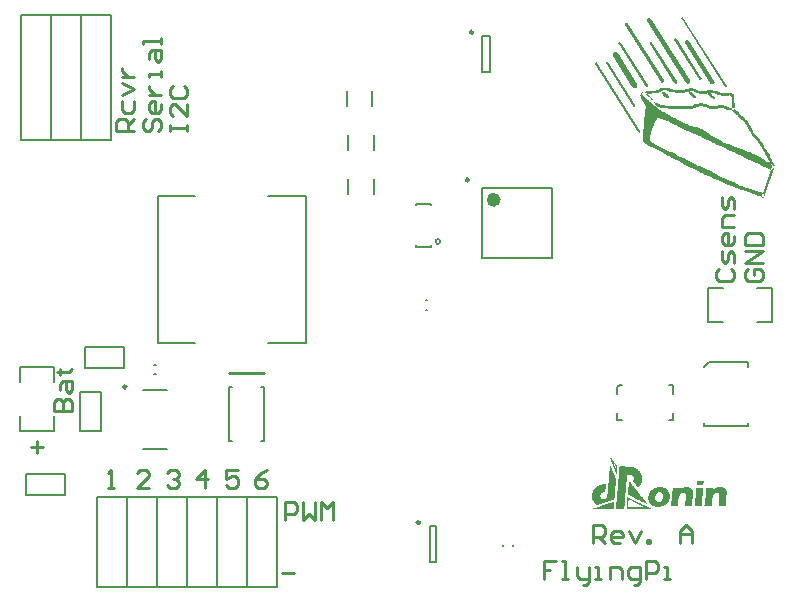
<source format=gto>
G04 Layer_Color=15132400*
%FSLAX25Y25*%
%MOIN*%
G70*
G01*
G75*
%ADD34C,0.01000*%
%ADD57C,0.00984*%
%ADD58C,0.02362*%
%ADD59C,0.00500*%
%ADD60C,0.00600*%
%ADD61C,0.00787*%
%ADD62C,0.00800*%
G36*
X224949Y56142D02*
X225018Y56108D01*
X225069Y56091D01*
X225086D01*
X225172Y56074D01*
X225240D01*
X225292Y56057D01*
X225309D01*
X225360Y56074D01*
X225395Y56057D01*
X225429Y56040D01*
Y56023D01*
X225514Y55937D01*
X225532Y55920D01*
Y55903D01*
X225806Y55560D01*
X226080Y55234D01*
X226320Y54926D01*
X226542Y54652D01*
X226731Y54412D01*
X226885Y54224D01*
X226936Y54155D01*
X226971Y54104D01*
X227005Y54087D01*
Y54070D01*
X227279Y53727D01*
X227553Y53385D01*
X227793Y53076D01*
X228015Y52802D01*
X228204Y52562D01*
X228358Y52374D01*
X228409Y52305D01*
X228444Y52254D01*
X228478Y52237D01*
Y52220D01*
X228752Y51877D01*
X229026Y51552D01*
X229266Y51243D01*
X229489Y50952D01*
X229677Y50712D01*
X229831Y50524D01*
X229883Y50455D01*
X229917Y50404D01*
X229951Y50387D01*
Y50370D01*
X230225Y50027D01*
X230499Y49701D01*
X230739Y49376D01*
X230979Y49102D01*
X231167Y48879D01*
X231304Y48691D01*
X231373Y48622D01*
X231407Y48571D01*
X231441Y48554D01*
Y48537D01*
X231116Y48691D01*
X230808Y48845D01*
X230499Y48999D01*
X230242Y49119D01*
X230020Y49239D01*
X229848Y49325D01*
X229780Y49359D01*
X229728Y49376D01*
X229711Y49393D01*
X229694D01*
X229369Y49547D01*
X229060Y49701D01*
X228769Y49856D01*
X228512Y49976D01*
X228290Y50095D01*
X228135Y50181D01*
X228067Y50215D01*
X228015Y50233D01*
X227998Y50250D01*
X227981D01*
X227656Y50421D01*
X227347Y50575D01*
X227056Y50729D01*
X226799Y50849D01*
X226576Y50969D01*
X226405Y51055D01*
X226337Y51089D01*
X226285Y51106D01*
X226268Y51123D01*
X226251D01*
X225926Y51295D01*
X225617Y51449D01*
X225326Y51603D01*
X225069Y51723D01*
X224846Y51843D01*
X224675Y51928D01*
X224624Y51963D01*
X224572Y51980D01*
X224555Y51997D01*
X224538D01*
X224572Y52374D01*
X224607Y52751D01*
X224624Y53110D01*
X224641Y53419D01*
X224675Y53693D01*
Y53796D01*
Y53898D01*
X224692Y53967D01*
Y54018D01*
Y54053D01*
Y54070D01*
X224727Y54464D01*
X224761Y54840D01*
X224795Y55200D01*
X224812Y55509D01*
X224846Y55783D01*
Y55903D01*
X224864Y55988D01*
Y56074D01*
X224881Y56125D01*
Y56160D01*
Y56177D01*
X224949Y56142D01*
D02*
G37*
G36*
X218799Y61470D02*
X218971Y61024D01*
X219125Y60613D01*
X219279Y60254D01*
X219348Y60082D01*
X219399Y59945D01*
X219450Y59808D01*
X219502Y59705D01*
X219536Y59620D01*
X219570Y59551D01*
X219587Y59517D01*
Y59500D01*
X219776Y59054D01*
X219964Y58609D01*
X220136Y58215D01*
X220290Y57838D01*
X220358Y57684D01*
X220427Y57530D01*
X220478Y57410D01*
X220530Y57290D01*
X220564Y57205D01*
X220598Y57136D01*
X220615Y57102D01*
Y57085D01*
X220581Y56776D01*
X220564Y56468D01*
X220530Y56177D01*
X220513Y55937D01*
X220495Y55714D01*
X220478Y55543D01*
Y55492D01*
X220461Y55440D01*
Y55423D01*
Y55406D01*
X220444Y55098D01*
X220410Y54789D01*
X220393Y54498D01*
X220375Y54258D01*
X220358Y54035D01*
X220341Y53864D01*
X220324Y53813D01*
Y53761D01*
Y53744D01*
Y53727D01*
X220290Y53419D01*
X220273Y53127D01*
X220238Y52836D01*
X220221Y52596D01*
X220204Y52374D01*
X220187Y52202D01*
Y52151D01*
X220170Y52100D01*
Y52083D01*
Y52065D01*
X220153Y51757D01*
X220118Y51449D01*
X220101Y51158D01*
X220084Y50901D01*
X220067Y50678D01*
X220050Y50524D01*
X220033Y50455D01*
Y50404D01*
Y50387D01*
Y50370D01*
X219759Y50284D01*
X219485Y50198D01*
X219245Y50113D01*
X219022Y50027D01*
X218834Y49976D01*
X218680Y49924D01*
X218594Y49890D01*
X218577Y49873D01*
X218560D01*
X218286Y49787D01*
X218011Y49701D01*
X217772Y49616D01*
X217549Y49530D01*
X217361Y49479D01*
X217206Y49427D01*
X217121Y49393D01*
X217104Y49376D01*
X217087D01*
X216812Y49273D01*
X216538Y49188D01*
X216299Y49102D01*
X216076Y49033D01*
X215887Y48965D01*
X215733Y48913D01*
X215648Y48896D01*
X215630Y48879D01*
X215613D01*
X215339Y48794D01*
X215065Y48708D01*
X214825Y48622D01*
X214603Y48537D01*
X214414Y48485D01*
X214260Y48434D01*
X214174Y48400D01*
X214157Y48382D01*
X214140D01*
X214020Y48485D01*
X213900Y48588D01*
X213832Y48657D01*
X213797Y48674D01*
X213678Y48811D01*
X213575Y48913D01*
X213506Y48999D01*
X213472Y49033D01*
X213335Y49239D01*
X213215Y49410D01*
X213164Y49496D01*
X213129Y49547D01*
X213095Y49582D01*
Y49599D01*
X212975Y49839D01*
X212873Y50044D01*
X212838Y50130D01*
X212804Y50198D01*
X212787Y50233D01*
Y50250D01*
X212718Y50455D01*
X212684Y50661D01*
X212650Y50866D01*
X212616Y51038D01*
Y51192D01*
X212598Y51312D01*
Y51380D01*
Y51415D01*
X212633Y51860D01*
X212650Y52065D01*
X212684Y52237D01*
X212718Y52391D01*
X212736Y52494D01*
X212770Y52579D01*
Y52596D01*
X212873Y52922D01*
X212941Y53076D01*
X213010Y53196D01*
X213061Y53299D01*
X213112Y53385D01*
X213129Y53436D01*
X213147Y53453D01*
X213352Y53744D01*
X213438Y53864D01*
X213524Y53984D01*
X213609Y54070D01*
X213661Y54138D01*
X213695Y54172D01*
X213712Y54190D01*
X213935Y54378D01*
X214140Y54532D01*
X214226Y54601D01*
X214294Y54652D01*
X214329Y54669D01*
X214346Y54686D01*
X214585Y54840D01*
X214808Y54960D01*
X214894Y55012D01*
X214962Y55046D01*
X215014Y55063D01*
X215031D01*
X215442Y55183D01*
X215613Y55234D01*
X215785Y55269D01*
X215922Y55286D01*
X216042Y55303D01*
X216110Y55320D01*
X216127D01*
X216333Y55337D01*
X216538Y55354D01*
X216727D01*
X216898Y55337D01*
X217035Y55320D01*
X217155Y55303D01*
X217224Y55286D01*
X217241D01*
X217189Y54823D01*
X217172Y54601D01*
X217155Y54412D01*
X217138Y54258D01*
Y54121D01*
X217121Y54053D01*
Y54018D01*
X217087Y53573D01*
X217069Y53350D01*
X217052Y53179D01*
X217035Y53008D01*
Y52888D01*
X217018Y52819D01*
Y52785D01*
X217001Y52699D01*
Y52682D01*
Y52665D01*
Y52631D01*
X216984Y52614D01*
X216967Y52596D01*
X216847Y52614D01*
X216727Y52631D01*
X216658Y52648D01*
X216624D01*
X216504Y52665D01*
X216401D01*
X216333Y52648D01*
X216299D01*
X216127Y52596D01*
X215990Y52545D01*
X215887Y52477D01*
X215870Y52460D01*
X215853D01*
X215716Y52340D01*
X215613Y52220D01*
X215528Y52117D01*
X215511Y52100D01*
Y52083D01*
X215442Y51980D01*
X215408Y51860D01*
X215339Y51654D01*
Y51569D01*
X215322Y51500D01*
Y51449D01*
Y51432D01*
X215356Y51175D01*
X215391Y51055D01*
X215425Y50969D01*
X215459Y50884D01*
X215493Y50832D01*
X215528Y50798D01*
Y50781D01*
X215665Y50644D01*
X215785Y50541D01*
X215887Y50455D01*
X215904Y50438D01*
X215922D01*
X216093Y50353D01*
X216264Y50318D01*
X216333Y50301D01*
X216573D01*
X216692Y50318D01*
X216761Y50335D01*
X216795D01*
X216932Y50387D01*
X217052Y50421D01*
X217121Y50455D01*
X217155Y50472D01*
X217292Y50592D01*
X217412Y50695D01*
X217480Y50781D01*
X217515Y50815D01*
X217600Y50986D01*
X217652Y51140D01*
X217669Y51209D01*
X217686Y51260D01*
Y51295D01*
Y51312D01*
X217720Y51757D01*
X217755Y52185D01*
X217789Y52579D01*
X217823Y52939D01*
X217840Y53093D01*
X217857Y53247D01*
Y53367D01*
X217875Y53470D01*
Y53556D01*
X217892Y53624D01*
Y53659D01*
Y53676D01*
X217943Y54121D01*
X217977Y54549D01*
X218011Y54960D01*
X218046Y55320D01*
X218063Y55474D01*
X218080Y55629D01*
Y55748D01*
X218097Y55851D01*
Y55937D01*
X218114Y56005D01*
Y56040D01*
Y56057D01*
X218148Y56502D01*
X218183Y56930D01*
X218217Y57324D01*
X218251Y57684D01*
Y57838D01*
X218268Y57992D01*
X218286Y58112D01*
Y58215D01*
X218303Y58301D01*
Y58369D01*
Y58404D01*
Y58421D01*
X218337Y58866D01*
X218371Y59294D01*
X218406Y59688D01*
X218440Y60048D01*
Y60219D01*
X218457Y60356D01*
X218474Y60493D01*
Y60596D01*
X218491Y60682D01*
Y60750D01*
Y60785D01*
Y60802D01*
X218525Y60990D01*
X218543Y61162D01*
X218560Y61230D01*
Y61281D01*
Y61316D01*
Y61333D01*
X218577Y61555D01*
X218594Y61727D01*
Y61812D01*
X218611Y61864D01*
Y61898D01*
Y61915D01*
X218799Y61470D01*
D02*
G37*
G36*
X229629Y186055D02*
X229572D01*
X229459Y185998D01*
X229290Y185885D01*
X229233Y185829D01*
X229177Y185603D01*
Y185546D01*
Y185377D01*
X229233Y185320D01*
X229346Y185264D01*
X229403Y185207D01*
X229572Y185038D01*
X229911Y184699D01*
X230024Y184586D01*
X230307Y184360D01*
X230702Y183964D01*
X231211Y183512D01*
X231267Y183456D01*
X231437Y183286D01*
X231663Y183060D01*
X231945Y182834D01*
X232002Y182778D01*
X232171Y182608D01*
X232454Y182439D01*
X232736Y182213D01*
X232793Y182156D01*
X232962Y182043D01*
X233358Y181704D01*
X233414Y181648D01*
X233584Y181591D01*
X233979Y181365D01*
X234019D01*
X234149Y181139D01*
X234431Y180687D01*
X234657Y180518D01*
X234827Y180348D01*
X234883D01*
X234940Y180292D01*
X235166Y180179D01*
X235505Y179953D01*
X236013Y179670D01*
X236352Y179501D01*
X236748Y179275D01*
X237200Y179049D01*
X237708Y178710D01*
X238273Y178427D01*
X238895Y178032D01*
X238951D01*
X239064Y177919D01*
X239234Y177862D01*
X239516Y177693D01*
X239855Y177523D01*
X240194Y177354D01*
X241098Y176902D01*
X242059Y176393D01*
X243132Y175828D01*
X244206Y175320D01*
X245279Y174868D01*
X245336D01*
X245449Y174811D01*
X245675Y174755D01*
X245901Y174698D01*
X246522Y174585D01*
X247200Y174472D01*
X247370D01*
X247539Y174416D01*
X247822Y174359D01*
X248161Y174246D01*
X248500Y174133D01*
X248952Y173907D01*
X249404Y173681D01*
X249460D01*
X249630Y173568D01*
X249912Y173399D01*
X250251Y173173D01*
X250760Y172890D01*
X251268Y172551D01*
X251946Y172099D01*
X252624Y171591D01*
X252737Y171534D01*
X252963Y171365D01*
X253359Y171082D01*
X253924Y170743D01*
X254545Y170404D01*
X255223Y170009D01*
X256749Y169218D01*
X256862Y169161D01*
X257144Y169048D01*
X257540Y168879D01*
X258161Y168653D01*
X258896Y168370D01*
X259687Y168031D01*
X260647Y167692D01*
X261664Y167353D01*
X261721D01*
X261777Y167297D01*
X262116Y167184D01*
X262681Y167014D01*
X263303Y166788D01*
X263981Y166506D01*
X264715Y166223D01*
X265393Y165941D01*
X266015Y165658D01*
X266071Y165602D01*
X266297Y165545D01*
X266693Y165319D01*
X267201Y165093D01*
X267823Y164754D01*
X268614Y164302D01*
X269518Y163794D01*
X270535Y163172D01*
X270591D01*
X270648Y163116D01*
X270987Y162890D01*
X271439Y162664D01*
X272004Y162325D01*
X272199Y162227D01*
X272173Y162268D01*
X272060Y162494D01*
X271947Y162720D01*
X271891Y162833D01*
X271834Y162890D01*
X271326Y163850D01*
X271043Y164359D01*
X270817Y164754D01*
X270591Y165150D01*
X270422Y165432D01*
X270309Y165658D01*
X270252Y165715D01*
X269913Y166336D01*
X269631Y166845D01*
X269461Y167071D01*
X269405Y167240D01*
X269292Y167297D01*
Y167353D01*
X268953Y167975D01*
X268670Y168427D01*
X268444Y168766D01*
X268331Y168822D01*
Y168879D01*
X268049Y169331D01*
X267766Y169726D01*
X267597Y169952D01*
X267540Y170009D01*
X267314Y170348D01*
X267145Y170517D01*
X267032Y170630D01*
X266636Y171026D01*
X266297Y171421D01*
X266071Y171760D01*
X265958Y171817D01*
Y171873D01*
X265619Y172438D01*
X265280Y173003D01*
X265167Y173229D01*
X265054Y173342D01*
X264998Y173455D01*
Y173512D01*
X264659Y174133D01*
X264376Y174642D01*
X264150Y174981D01*
X264094Y175037D01*
Y175094D01*
X263811Y175546D01*
X263585Y175885D01*
X263472Y176054D01*
X263416Y176111D01*
X263133Y176393D01*
X262738Y176789D01*
X262003Y177523D01*
X261608Y177862D01*
X261325Y178145D01*
X261099Y178314D01*
X261043Y178371D01*
X260478Y178879D01*
X260082Y179275D01*
X259743Y179557D01*
X259574Y179783D01*
X259461Y179896D01*
X259404Y179953D01*
X259348D01*
X259319Y179981D01*
X259574Y180066D01*
X259630Y180122D01*
X259743Y180179D01*
X260026Y180461D01*
Y180518D01*
X260082Y180631D01*
X260308Y180461D01*
X260534Y180179D01*
X260873Y179896D01*
X261156Y179614D01*
X261438Y179331D01*
X261608Y179162D01*
X261664Y179105D01*
X262229Y178540D01*
X262738Y178088D01*
X263190Y177693D01*
X263529Y177354D01*
X263755Y177071D01*
X263981Y176902D01*
X264037Y176789D01*
X264094Y176732D01*
X264433Y176393D01*
X264715Y175998D01*
X264885Y175659D01*
X264941Y175602D01*
Y175546D01*
X265280Y174981D01*
X265563Y174416D01*
X265619Y174246D01*
X265732Y174077D01*
X265789Y173964D01*
Y173907D01*
X266128Y173342D01*
X266410Y172890D01*
X266636Y172495D01*
X266693Y172438D01*
Y172382D01*
X267032Y171930D01*
X267371Y171591D01*
X267597Y171421D01*
X267653Y171365D01*
X267879Y171139D01*
X268105Y170913D01*
X268275Y170743D01*
X268331Y170630D01*
X268614Y170235D01*
X268896Y169839D01*
X269122Y169500D01*
X269179Y169444D01*
Y169387D01*
X269518Y168879D01*
X269800Y168370D01*
X270026Y168031D01*
X270083Y167918D01*
Y167862D01*
X270478Y167240D01*
X270761Y166675D01*
X270930Y166506D01*
X270987Y166336D01*
X271100Y166223D01*
Y166167D01*
X271778Y165037D01*
X272060Y164528D01*
X272286Y164076D01*
X272456Y163681D01*
X272625Y163398D01*
X272682Y163229D01*
X272738Y163172D01*
X272964Y162720D01*
X273190Y162381D01*
X273303Y162155D01*
X273360Y161986D01*
X273416Y161873D01*
X273473Y161816D01*
Y161760D01*
X273529Y161703D01*
Y161647D01*
Y161590D01*
Y161534D01*
Y161477D01*
X270083Y151138D01*
X269970Y150968D01*
X269913Y150912D01*
X269744Y150799D01*
X269631D01*
X269461Y150855D01*
X269405Y150912D01*
X269292Y150968D01*
X269179Y151138D01*
Y151185D01*
X269122Y151194D01*
X268670Y151307D01*
X267992Y151477D01*
X267201Y151759D01*
X267088Y151816D01*
X266806Y151929D01*
X266297Y152098D01*
X265619Y152324D01*
X264772Y152607D01*
X263811Y153002D01*
X262681Y153398D01*
X261495Y153850D01*
X261438D01*
X261325Y153906D01*
X261156Y153963D01*
X260930Y154076D01*
X260591Y154189D01*
X260252Y154302D01*
X259404Y154697D01*
X258331Y155093D01*
X257144Y155545D01*
X255901Y156110D01*
X254545Y156675D01*
X254489D01*
X254376Y156731D01*
X254206Y156844D01*
X253924Y156957D01*
X253641Y157070D01*
X253246Y157240D01*
X252398Y157635D01*
X251438Y158087D01*
X250364Y158539D01*
X249291Y159048D01*
X248274Y159556D01*
X248217D01*
X248161Y159613D01*
X247822Y159782D01*
X247257Y160065D01*
X246579Y160404D01*
X245788Y160799D01*
X244940Y161251D01*
X243019Y162212D01*
X242906Y162268D01*
X242567Y162438D01*
X242115Y162720D01*
X241494Y163059D01*
X240759Y163455D01*
X239968Y163907D01*
X238330Y164754D01*
X238217Y164811D01*
X237991Y164924D01*
X237595Y165150D01*
X237087Y165432D01*
X236522Y165715D01*
X235957Y166054D01*
X235335Y166393D01*
X234770Y166675D01*
X234714Y166732D01*
X234544Y166788D01*
X234262Y166958D01*
X233979Y167127D01*
X233358Y167466D01*
X233075Y167579D01*
X232906Y167692D01*
X232849D01*
X232736Y167749D01*
X232567Y167805D01*
X232341Y167918D01*
X231719Y168201D01*
X230872Y168596D01*
X230815Y168653D01*
X230702Y168709D01*
X230307Y169048D01*
X229855Y169500D01*
X229742Y169783D01*
X229629Y170065D01*
Y170122D01*
Y170235D01*
Y170461D01*
X229572Y170800D01*
Y171195D01*
X229629Y171647D01*
Y172212D01*
X229685Y172890D01*
Y173003D01*
X229742Y173229D01*
Y173625D01*
X229798Y174077D01*
X229855Y174698D01*
X229911Y175320D01*
X230024Y176789D01*
Y176902D01*
X230081Y177128D01*
Y177523D01*
X230137Y177975D01*
X230194Y178540D01*
X230307Y179162D01*
X230420Y180348D01*
Y180405D01*
Y180574D01*
X230476Y180857D01*
Y181139D01*
Y181478D01*
X230420Y181761D01*
Y181930D01*
X230307Y182043D01*
X230250Y182100D01*
X230137Y182213D01*
X230024Y182439D01*
X229855Y182665D01*
X229629Y183004D01*
X229403Y183456D01*
X229064Y183964D01*
X229007Y184021D01*
X228951Y184247D01*
X228838Y184473D01*
X228781Y184812D01*
X228725Y185151D01*
X228781Y185490D01*
X228951Y185772D01*
X229233Y185998D01*
X229290D01*
X229403Y186055D01*
X229629Y186111D01*
X229798D01*
X229629Y186055D01*
D02*
G37*
G36*
X235587Y54378D02*
X235672D01*
X235981Y54344D01*
X236135Y54309D01*
X236255Y54275D01*
X236358Y54258D01*
X236443Y54224D01*
X236495Y54207D01*
X236512D01*
X236803Y54104D01*
X236940Y54035D01*
X237060Y53984D01*
X237146Y53933D01*
X237214Y53898D01*
X237266Y53881D01*
X237283Y53864D01*
X237523Y53693D01*
X237728Y53522D01*
X237797Y53453D01*
X237848Y53385D01*
X237882Y53350D01*
X237899Y53333D01*
X238088Y53093D01*
X238225Y52871D01*
X238259Y52768D01*
X238293Y52699D01*
X238328Y52648D01*
Y52631D01*
X238396Y52442D01*
X238448Y52254D01*
X238482Y52083D01*
X238516Y51928D01*
X238533Y51791D01*
X238550Y51671D01*
Y51603D01*
Y51586D01*
Y51209D01*
X238533Y51020D01*
X238516Y50866D01*
X238499Y50747D01*
X238482Y50644D01*
X238465Y50575D01*
Y50558D01*
X238413Y50335D01*
X238362Y50147D01*
X238328Y50061D01*
X238311Y50010D01*
X238293Y49976D01*
Y49959D01*
X238208Y49770D01*
X238122Y49599D01*
X238088Y49530D01*
X238071Y49479D01*
X238036Y49462D01*
Y49445D01*
X237865Y49222D01*
X237711Y49033D01*
X237643Y48965D01*
X237608Y48913D01*
X237574Y48879D01*
X237557Y48862D01*
X237368Y48691D01*
X237180Y48537D01*
X237111Y48485D01*
X237043Y48451D01*
X237009Y48434D01*
X236992Y48417D01*
X236735Y48280D01*
X236512Y48177D01*
X236409Y48143D01*
X236341Y48108D01*
X236289Y48091D01*
X236272D01*
X235998Y48023D01*
X235775Y47971D01*
X235672Y47954D01*
X235604Y47937D01*
X235553Y47920D01*
X235536D01*
X235039Y47869D01*
X234439D01*
X234302Y47886D01*
X234182D01*
X233942Y47920D01*
X233703Y47971D01*
X233480Y48023D01*
X233274Y48091D01*
X233120Y48143D01*
X232983Y48194D01*
X232915Y48228D01*
X232880Y48245D01*
X232675Y48348D01*
X232521Y48451D01*
X232452Y48485D01*
X232401Y48520D01*
X232366Y48554D01*
X232349D01*
X232178Y48708D01*
X232024Y48879D01*
X231973Y48931D01*
X231921Y48982D01*
X231904Y49016D01*
X231887Y49033D01*
X231750Y49239D01*
X231647Y49427D01*
X231613Y49496D01*
X231578Y49564D01*
X231561Y49599D01*
Y49616D01*
X231476Y49856D01*
X231424Y50078D01*
X231407Y50164D01*
X231390Y50233D01*
X231373Y50267D01*
Y50284D01*
X231356Y50489D01*
X231339Y50695D01*
Y50901D01*
X231356Y51072D01*
Y51226D01*
X231373Y51329D01*
X231390Y51415D01*
Y51432D01*
X231441Y51654D01*
X231493Y51860D01*
X231544Y52048D01*
X231613Y52220D01*
X231664Y52357D01*
X231715Y52460D01*
X231733Y52528D01*
X231750Y52545D01*
X231853Y52733D01*
X231973Y52888D01*
X232041Y52991D01*
X232075Y53008D01*
Y53025D01*
X232212Y53196D01*
X232349Y53316D01*
X232435Y53402D01*
X232452Y53436D01*
X232469D01*
X232641Y53573D01*
X232795Y53693D01*
X232863Y53744D01*
X232897Y53761D01*
X232932Y53796D01*
X232949D01*
X233154Y53916D01*
X233343Y54001D01*
X233411Y54035D01*
X233463Y54053D01*
X233497Y54070D01*
X233514D01*
X233891Y54207D01*
X234062Y54241D01*
X234234Y54292D01*
X234371Y54309D01*
X234473Y54327D01*
X234559Y54344D01*
X234576D01*
X234987Y54378D01*
X235176Y54395D01*
X235467D01*
X235587Y54378D01*
D02*
G37*
G36*
X237595Y187524D02*
X238386Y187411D01*
X238669Y187354D01*
X238895Y187241D01*
X239064Y187185D01*
X239121D01*
X240025Y186902D01*
X240420Y186789D01*
X240816Y186733D01*
X241098Y186676D01*
X241324Y186620D01*
X242285D01*
X242511Y186676D01*
X242624D01*
X243019Y186789D01*
X243415Y186846D01*
X243641Y186959D01*
X243754D01*
X244149Y187072D01*
X244545Y187185D01*
X244771Y187298D01*
X244884D01*
X245336Y187411D01*
X246070D01*
X246409Y187298D01*
X246692Y187185D01*
X246918Y187128D01*
X246974Y187072D01*
X247257Y186959D01*
X247483Y186846D01*
X247652Y186789D01*
X247709Y186733D01*
X247991Y186620D01*
X248217Y186507D01*
X248330Y186450D01*
X248387D01*
X248669Y186394D01*
X248895Y186337D01*
X249065Y186281D01*
X249799D01*
X250082Y186394D01*
X250308Y186450D01*
X250477Y186507D01*
X250534D01*
X250816Y186620D01*
X251099Y186733D01*
X251325Y186789D01*
X251381D01*
X251833Y186846D01*
X252229D01*
X252511Y186789D01*
X252624D01*
X253472Y186563D01*
X253867Y186450D01*
X254206Y186394D01*
X254432Y186281D01*
X254658Y186168D01*
X254771Y186111D01*
X254828D01*
X255562Y185829D01*
X256240Y185716D01*
X256466Y185659D01*
X256692Y185603D01*
X256862D01*
X257088Y185659D01*
X257201D01*
X257483Y185716D01*
X257596Y185772D01*
X257653D01*
X258048Y185885D01*
X258726D01*
X258952Y185829D01*
X259009D01*
X259178Y185772D01*
X259348Y185659D01*
X259404Y185603D01*
X259461Y185546D01*
X259743Y185320D01*
X259856Y185264D01*
Y185207D01*
X259913Y184868D01*
X259969Y184755D01*
Y184699D01*
X260026Y184416D01*
X260082Y184303D01*
Y184247D01*
Y183908D01*
Y183625D01*
Y183399D01*
Y183343D01*
Y183060D01*
Y182891D01*
Y182778D01*
Y182721D01*
X260139Y182552D01*
Y182382D01*
X260195Y182213D01*
Y182156D01*
X260252Y181874D01*
Y181591D01*
Y181422D01*
Y181309D01*
X260195Y181026D01*
X260139Y180970D01*
Y180913D01*
X260082Y180631D01*
X260026Y180687D01*
X259969Y180744D01*
X259800D01*
X259743Y180800D01*
X259517D01*
X259404Y180744D01*
X259291Y180631D01*
X259235Y180518D01*
X259178Y180292D01*
Y180235D01*
X259235Y180066D01*
X259291Y180009D01*
X259319Y179981D01*
X259235Y179953D01*
X258387D01*
X258161Y180009D01*
X258048D01*
X257709Y180122D01*
X257427Y180235D01*
X257201Y180348D01*
X257144D01*
X256862Y180518D01*
X256579Y180631D01*
X256353Y180687D01*
X256297D01*
X256014Y180800D01*
X255788Y180857D01*
X255054D01*
X254941Y180800D01*
X254884D01*
X254602Y180744D01*
X254489Y180687D01*
X254432D01*
X254150Y180574D01*
X253924Y180518D01*
X253754Y180461D01*
X253698D01*
X253415Y180405D01*
X252737D01*
X252285Y180461D01*
X251890Y180574D01*
X251607Y180631D01*
X251494Y180687D01*
X251099Y180857D01*
X250760Y180970D01*
X250534Y181083D01*
X250477D01*
X250082Y181252D01*
X249743Y181309D01*
X249517Y181365D01*
X249460D01*
X249178Y181422D01*
X248613D01*
X247878Y181252D01*
X247200Y181026D01*
X246918Y180913D01*
X246692Y180857D01*
X246579Y180800D01*
X246522D01*
X245731Y180574D01*
X244997Y180461D01*
X244714Y180405D01*
X240307D01*
X239516Y180461D01*
X238838Y180518D01*
X238273Y180574D01*
X237765Y180631D01*
X237426Y180687D01*
X237143Y180744D01*
X237087D01*
X236578Y180800D01*
X236126D01*
X235844Y180857D01*
X235731D01*
X235222Y180970D01*
X234601Y181139D01*
X234375Y181196D01*
X234149Y181309D01*
X234036Y181365D01*
X234019D01*
X233923Y181535D01*
X233810Y181648D01*
Y181704D01*
X233640Y182100D01*
X233471Y182382D01*
X233301Y182891D01*
X233245Y183004D01*
X233075Y183117D01*
X232849Y183286D01*
X232567Y183512D01*
X232510Y183569D01*
X232341Y183738D01*
X232115Y183964D01*
X231832Y184247D01*
X231776Y184303D01*
X231550Y184473D01*
X231324Y184699D01*
X231098Y184868D01*
X231041Y184925D01*
X230985Y185038D01*
X230646Y185320D01*
X230872D01*
X230928Y185377D01*
X231211D01*
X231315Y185403D01*
X231154Y185546D01*
X230702Y185885D01*
X230307Y186055D01*
X229968Y186111D01*
X230307Y186224D01*
X230646Y186281D01*
X230872Y186337D01*
X230985D01*
X231437Y186394D01*
X231776D01*
X232058Y186450D01*
X232171D01*
X232623Y186507D01*
X233584D01*
X233810Y186563D01*
X233979Y186620D01*
X234036D01*
X234318Y186733D01*
X234544Y186846D01*
X234770Y186959D01*
X234827D01*
X235109Y187128D01*
X235392Y187298D01*
X235618Y187354D01*
X235674Y187411D01*
X236070Y187524D01*
X236409Y187580D01*
X236748D01*
X237595Y187524D01*
D02*
G37*
G36*
X214091Y195942D02*
X214204Y195886D01*
Y195829D01*
X228612Y173173D01*
Y173060D01*
Y173003D01*
X228668Y172947D01*
Y172890D01*
X228612Y172721D01*
X228555Y172664D01*
X228442Y172551D01*
X228329D01*
X228160Y172608D01*
X228103D01*
X228047Y172664D01*
X227990Y172721D01*
X213583Y195434D01*
Y195490D01*
X213526Y195547D01*
Y195603D01*
X213583Y195829D01*
X213639Y195886D01*
X213809Y195999D01*
X214035D01*
X214091Y195942D01*
D02*
G37*
G36*
X222106Y61367D02*
X222448Y61350D01*
X222757Y61316D01*
X223031Y61299D01*
X223270Y61281D01*
X223459Y61264D01*
X223527Y61247D01*
X223613D01*
X223956Y61213D01*
X224298Y61196D01*
X224607Y61162D01*
X224881Y61144D01*
X225103Y61110D01*
X225292Y61093D01*
X225360D01*
X225412Y61076D01*
X225617D01*
X225652Y61059D01*
X225960Y61024D01*
X226114Y61007D01*
X226234Y60990D01*
X226354Y60956D01*
X226439Y60939D01*
X226491Y60922D01*
X226508D01*
X226816Y60819D01*
X226953Y60768D01*
X227073Y60699D01*
X227176Y60665D01*
X227245Y60613D01*
X227296Y60596D01*
X227313Y60579D01*
X227553Y60425D01*
X227776Y60271D01*
X227844Y60219D01*
X227913Y60168D01*
X227947Y60134D01*
X227964Y60117D01*
X228187Y59911D01*
X228375Y59705D01*
X228444Y59620D01*
X228495Y59551D01*
X228529Y59517D01*
X228547Y59500D01*
X228683Y59294D01*
X228786Y59106D01*
X228838Y59020D01*
X228855Y58952D01*
X228889Y58917D01*
Y58900D01*
X229009Y58678D01*
X229095Y58455D01*
X229129Y58369D01*
X229146Y58301D01*
X229163Y58267D01*
Y58249D01*
X229232Y57924D01*
X229266Y57770D01*
X229283Y57633D01*
Y57513D01*
X229300Y57427D01*
Y57359D01*
Y57341D01*
Y56999D01*
Y56845D01*
X229283Y56708D01*
X229266Y56588D01*
X229249Y56502D01*
X229232Y56434D01*
Y56416D01*
X229180Y56194D01*
X229112Y56005D01*
X229078Y55920D01*
X229060Y55868D01*
X229043Y55834D01*
Y55817D01*
X228958Y55611D01*
X228872Y55440D01*
X228838Y55372D01*
X228820Y55320D01*
X228786Y55286D01*
Y55269D01*
X228649Y55063D01*
X228512Y54892D01*
X228461Y54823D01*
X228427Y54772D01*
X228409Y54738D01*
X228392Y54721D01*
X228238Y54549D01*
X228101Y54412D01*
X227998Y54327D01*
X227964Y54292D01*
X227947D01*
X227639Y54686D01*
X227484Y54875D01*
X227364Y55046D01*
X227245Y55183D01*
X227159Y55286D01*
X227108Y55354D01*
X227090Y55372D01*
X226782Y55765D01*
X226628Y55937D01*
X226508Y56108D01*
X226388Y56245D01*
X226302Y56348D01*
X226251Y56416D01*
X226234Y56434D01*
X226320Y56554D01*
X226405Y56656D01*
X226439Y56742D01*
X226457Y56776D01*
X226508Y56913D01*
X226542Y57050D01*
X226559Y57153D01*
Y57170D01*
Y57187D01*
Y57307D01*
X226542Y57427D01*
X226491Y57633D01*
X226457Y57701D01*
X226439Y57753D01*
X226405Y57787D01*
Y57804D01*
X226285Y57992D01*
X226148Y58130D01*
X226045Y58215D01*
X226028Y58249D01*
X226011D01*
X225857Y58335D01*
X225720Y58386D01*
X225566Y58421D01*
X225429Y58455D01*
X225326Y58472D01*
X225155D01*
X224829Y58489D01*
X224675D01*
X224555Y58506D01*
X224435Y58523D01*
X224350D01*
X224298Y58541D01*
X224281D01*
X224247Y58010D01*
X224195Y57496D01*
X224161Y56999D01*
X224127Y56571D01*
X224110Y56382D01*
X224093Y56211D01*
X224076Y56057D01*
X224058Y55920D01*
Y55817D01*
X224041Y55748D01*
Y55697D01*
Y55680D01*
X223990Y55149D01*
X223956Y54652D01*
X223921Y54155D01*
X223870Y53727D01*
X223853Y53539D01*
Y53367D01*
X223836Y53213D01*
X223819Y53076D01*
Y52973D01*
X223801Y52905D01*
Y52853D01*
Y52836D01*
X223750Y52305D01*
X223716Y51791D01*
X223664Y51312D01*
X223630Y50884D01*
X223613Y50695D01*
X223596Y50524D01*
X223579Y50370D01*
X223562Y50233D01*
Y50130D01*
X223545Y50061D01*
Y50010D01*
Y49993D01*
X223493Y49462D01*
X223459Y48948D01*
X223425Y48468D01*
X223373Y48040D01*
X223356Y47851D01*
Y47680D01*
X223339Y47526D01*
X223322Y47389D01*
Y47286D01*
X223305Y47218D01*
Y47166D01*
Y47149D01*
X220564D01*
X220615Y47817D01*
X220667Y48451D01*
X220718Y49051D01*
X220735Y49325D01*
X220769Y49599D01*
X220787Y49821D01*
X220804Y50044D01*
X220821Y50233D01*
X220838Y50387D01*
Y50524D01*
X220855Y50609D01*
Y50678D01*
Y50695D01*
X220906Y51363D01*
X220975Y51997D01*
X221026Y52614D01*
X221043Y52888D01*
X221061Y53145D01*
X221095Y53385D01*
X221112Y53607D01*
X221129Y53796D01*
Y53950D01*
X221146Y54087D01*
X221163Y54172D01*
Y54241D01*
Y54258D01*
X221215Y54926D01*
X221283Y55577D01*
X221335Y56177D01*
X221352Y56468D01*
X221369Y56725D01*
X221403Y56965D01*
X221420Y57187D01*
X221438Y57376D01*
Y57530D01*
X221455Y57667D01*
X221472Y57753D01*
Y57821D01*
Y57838D01*
X221523Y58506D01*
X221574Y59140D01*
X221626Y59757D01*
X221660Y60031D01*
X221677Y60288D01*
X221694Y60528D01*
X221712Y60750D01*
X221729Y60939D01*
X221746Y61093D01*
Y61230D01*
X221763Y61316D01*
Y61384D01*
Y61401D01*
X222106Y61367D01*
D02*
G37*
G36*
X249719Y54241D02*
Y54155D01*
X249702Y54121D01*
Y54104D01*
X249685Y54018D01*
Y53984D01*
Y53967D01*
X249599Y53419D01*
X249565Y53179D01*
X249548Y52939D01*
X249531Y52751D01*
X249514Y52614D01*
X249497Y52511D01*
Y52494D01*
Y52477D01*
X249445Y51928D01*
X249428Y51689D01*
X249411Y51449D01*
X249394Y51260D01*
Y51123D01*
X249377Y51020D01*
Y51003D01*
Y50986D01*
X249342Y50438D01*
X249325Y50198D01*
X249308Y49959D01*
X249291Y49770D01*
Y49633D01*
X249274Y49530D01*
Y49513D01*
Y49496D01*
X249257Y49222D01*
X249239Y48948D01*
X249222Y48691D01*
X249205Y48485D01*
Y48297D01*
X249188Y48143D01*
Y48057D01*
Y48023D01*
X248743Y48040D01*
X247955D01*
X247509Y48023D01*
X246721D01*
X246739Y48091D01*
Y48160D01*
X246756Y48211D01*
Y48228D01*
X246773Y48297D01*
Y48365D01*
X246790Y48400D01*
Y48417D01*
X246858Y48948D01*
X246893Y49188D01*
X246927Y49410D01*
X246944Y49599D01*
X246961Y49753D01*
X246978Y49839D01*
Y49873D01*
X247013Y50147D01*
X247030Y50404D01*
X247064Y50661D01*
X247081Y50884D01*
X247098Y51055D01*
Y51209D01*
X247115Y51295D01*
Y51329D01*
X247167Y51860D01*
X247184Y52100D01*
X247201Y52322D01*
X247218Y52511D01*
X247235Y52665D01*
Y52751D01*
Y52785D01*
X247252Y53059D01*
X247287Y53333D01*
X247304Y53573D01*
X247321Y53796D01*
X247338Y53984D01*
X247355Y54138D01*
Y54224D01*
Y54258D01*
X247783Y54241D01*
X248160D01*
X248297Y54224D01*
X249154D01*
X249342Y54241D01*
X249702D01*
Y54258D01*
X249719D01*
Y54241D01*
D02*
G37*
G36*
X244597Y54361D02*
X244734Y54344D01*
X244837Y54327D01*
X244854Y54309D01*
X244871D01*
X245043Y54275D01*
X245180Y54241D01*
X245283Y54207D01*
X245300Y54190D01*
X245317D01*
X245539Y54070D01*
X245728Y53950D01*
X245796Y53881D01*
X245848Y53847D01*
X245865Y53813D01*
X245882Y53796D01*
X246036Y53590D01*
X246156Y53367D01*
X246190Y53282D01*
X246207Y53213D01*
X246225Y53162D01*
Y53145D01*
X246259Y52819D01*
X246276Y52665D01*
X246259Y52528D01*
Y52408D01*
Y52322D01*
X246242Y52254D01*
Y52237D01*
X246207Y51894D01*
X246190Y51740D01*
X246173Y51603D01*
Y51500D01*
X246156Y51415D01*
Y51346D01*
Y51329D01*
X246122Y51020D01*
X246105Y50712D01*
X246070Y50421D01*
X246053Y50181D01*
X246019Y49959D01*
X246002Y49787D01*
Y49736D01*
X245985Y49684D01*
Y49667D01*
Y49650D01*
X245951Y49342D01*
X245933Y49051D01*
X245916Y48777D01*
X245899Y48537D01*
X245882Y48314D01*
X245865Y48160D01*
Y48057D01*
Y48040D01*
Y48023D01*
X245437Y48040D01*
X244700D01*
X244272Y48023D01*
X243535D01*
X243569Y48365D01*
X243587Y48537D01*
X243604Y48674D01*
X243621Y48794D01*
X243638Y48896D01*
Y48965D01*
Y48982D01*
X243689Y49342D01*
X243706Y49513D01*
X243724Y49667D01*
X243741Y49787D01*
X243758Y49890D01*
Y49959D01*
Y49976D01*
X243792Y50284D01*
Y50421D01*
X243809Y50541D01*
Y50644D01*
X243826Y50729D01*
Y50781D01*
Y50798D01*
X243844Y51106D01*
X243861Y51243D01*
Y51363D01*
Y51466D01*
X243844Y51552D01*
Y51603D01*
Y51620D01*
X243826Y51809D01*
X243792Y51946D01*
X243741Y52048D01*
X243724Y52065D01*
Y52083D01*
X243621Y52220D01*
X243535Y52322D01*
X243467Y52374D01*
X243432Y52391D01*
X243330Y52442D01*
X243210Y52494D01*
X243004Y52528D01*
X242918D01*
X242850Y52511D01*
X242799D01*
X242576Y52460D01*
X242388Y52374D01*
X242319Y52340D01*
X242268Y52305D01*
X242233Y52288D01*
X242216Y52271D01*
X242045Y52117D01*
X241908Y51946D01*
X241874Y51877D01*
X241839Y51826D01*
X241805Y51791D01*
Y51774D01*
X241702Y51552D01*
X241634Y51363D01*
X241599Y51278D01*
X241582Y51209D01*
X241565Y51175D01*
Y51158D01*
X241462Y50592D01*
X241411Y50318D01*
X241377Y50078D01*
X241360Y49873D01*
X241343Y49719D01*
X241325Y49616D01*
Y49599D01*
Y49582D01*
X241308Y49290D01*
X241274Y48999D01*
X241257Y48742D01*
X241240Y48502D01*
X241223Y48314D01*
X241206Y48160D01*
X241188Y48057D01*
Y48040D01*
Y48023D01*
X240743Y48040D01*
X239989D01*
X239561Y48023D01*
X238807D01*
X238825Y48091D01*
Y48160D01*
X238842Y48211D01*
Y48228D01*
X238859Y48314D01*
X238876Y48382D01*
X238893Y48434D01*
Y48451D01*
X238979Y48982D01*
X239013Y49222D01*
X239047Y49445D01*
X239064Y49633D01*
X239081Y49770D01*
X239099Y49856D01*
Y49890D01*
X239133Y50164D01*
X239167Y50421D01*
X239184Y50678D01*
X239201Y50901D01*
X239236Y51072D01*
Y51226D01*
X239253Y51312D01*
Y51346D01*
X239304Y51877D01*
X239321Y52117D01*
X239338Y52340D01*
X239355Y52528D01*
X239373Y52665D01*
Y52751D01*
Y52785D01*
X239390Y53059D01*
X239424Y53316D01*
X239441Y53573D01*
X239458Y53796D01*
X239475Y53967D01*
X239493Y54121D01*
Y54207D01*
Y54241D01*
X239921Y54224D01*
X240640D01*
X241069Y54241D01*
X241805D01*
X241788Y54104D01*
X241771Y53984D01*
X241754Y53898D01*
Y53881D01*
Y53864D01*
X241737Y53727D01*
X241719Y53607D01*
X241702Y53522D01*
Y53504D01*
Y53487D01*
Y53453D01*
X241719Y53419D01*
X241737Y53402D01*
X241788D01*
X241805Y53419D01*
X241822Y53436D01*
X241942Y53573D01*
X242062Y53676D01*
X242130Y53744D01*
X242165Y53778D01*
X242302Y53881D01*
X242422Y53967D01*
X242507Y54018D01*
X242542Y54035D01*
X242867Y54190D01*
X243021Y54241D01*
X243158Y54275D01*
X243278Y54309D01*
X243364Y54327D01*
X243432Y54344D01*
X243450D01*
X243809Y54378D01*
X243964Y54395D01*
X244426D01*
X244597Y54361D01*
D02*
G37*
G36*
X255680Y54378D02*
X255766D01*
X255989Y54344D01*
X256194Y54292D01*
X256263Y54275D01*
X256331Y54258D01*
X256366Y54241D01*
X256383D01*
X256605Y54155D01*
X256777Y54053D01*
X256845Y54018D01*
X256897Y53984D01*
X256931Y53967D01*
X256948Y53950D01*
X257068Y53830D01*
X257171Y53710D01*
X257239Y53624D01*
X257256Y53607D01*
Y53590D01*
X257359Y53436D01*
X257411Y53282D01*
X257445Y53179D01*
Y53145D01*
Y53127D01*
X257479Y52819D01*
X257496Y52665D01*
Y52545D01*
Y52425D01*
X257479Y52340D01*
Y52288D01*
Y52271D01*
X257445Y51963D01*
X257428Y51826D01*
X257411Y51689D01*
Y51586D01*
X257393Y51483D01*
Y51432D01*
Y51415D01*
X257359Y51106D01*
X257342Y50798D01*
X257308Y50507D01*
X257291Y50250D01*
X257256Y50027D01*
X257239Y49856D01*
Y49787D01*
X257222Y49736D01*
Y49719D01*
Y49701D01*
X257188Y49376D01*
X257171Y49085D01*
X257136Y48794D01*
X257119Y48537D01*
X257102Y48331D01*
Y48160D01*
X257085Y48057D01*
Y48040D01*
Y48023D01*
X256657Y48040D01*
X255115D01*
X254978Y48023D01*
X254755D01*
X254807Y48400D01*
X254824Y48588D01*
X254858Y48742D01*
X254875Y48879D01*
Y48982D01*
X254892Y49051D01*
Y49068D01*
X254944Y49462D01*
X254961Y49650D01*
X254978Y49821D01*
Y49959D01*
X254995Y50061D01*
Y50130D01*
Y50147D01*
X255012Y50455D01*
X255029Y50575D01*
Y50712D01*
X255047Y50798D01*
X255064Y50884D01*
Y50935D01*
Y50952D01*
X255081Y51260D01*
Y51380D01*
Y51517D01*
X255064Y51603D01*
Y51689D01*
X255047Y51740D01*
Y51757D01*
X255012Y51911D01*
X254978Y52031D01*
X254927Y52117D01*
X254909Y52151D01*
X254824Y52271D01*
X254721Y52340D01*
X254670Y52391D01*
X254635Y52408D01*
X254533Y52460D01*
X254413Y52494D01*
X254224Y52528D01*
X254070D01*
X254036Y52511D01*
X254019D01*
X253796Y52460D01*
X253608Y52374D01*
X253539Y52340D01*
X253488Y52305D01*
X253453Y52288D01*
X253436Y52271D01*
X253248Y52100D01*
X253128Y51928D01*
X253077Y51860D01*
X253042Y51791D01*
X253008Y51757D01*
Y51740D01*
X252905Y51517D01*
X252837Y51295D01*
X252802Y51209D01*
X252785Y51140D01*
X252768Y51106D01*
Y51089D01*
X252665Y50524D01*
X252631Y50267D01*
X252597Y50044D01*
X252580Y49839D01*
X252563Y49684D01*
X252546Y49582D01*
Y49564D01*
Y49547D01*
X252529Y49256D01*
X252494Y48982D01*
X252477Y48725D01*
X252460Y48502D01*
X252443Y48297D01*
X252426Y48160D01*
X252409Y48057D01*
Y48040D01*
Y48023D01*
X251963Y48040D01*
X251209D01*
X250781Y48023D01*
X250045D01*
X250062Y48143D01*
Y48177D01*
Y48194D01*
X250079Y48297D01*
X250096Y48331D01*
Y48348D01*
X250165Y48879D01*
X250199Y49119D01*
X250233Y49342D01*
X250267Y49530D01*
X250284Y49684D01*
X250302Y49770D01*
Y49804D01*
X250336Y50078D01*
X250370Y50353D01*
X250404Y50609D01*
X250422Y50832D01*
X250439Y51003D01*
X250456Y51158D01*
X250473Y51243D01*
Y51278D01*
X250490Y51552D01*
X250524Y51826D01*
X250541Y52065D01*
X250558Y52288D01*
X250576Y52477D01*
X250593Y52631D01*
Y52716D01*
Y52751D01*
X250644Y53299D01*
X250661Y53539D01*
X250678Y53778D01*
X250696Y53967D01*
X250713Y54104D01*
Y54207D01*
Y54241D01*
X251141Y54224D01*
X251860D01*
X252289Y54241D01*
X253025D01*
X253008Y54104D01*
X252991Y53984D01*
X252974Y53916D01*
Y53881D01*
Y53761D01*
X252957Y53641D01*
X252940Y53573D01*
Y53539D01*
X252922Y53487D01*
Y53453D01*
X252940Y53436D01*
Y53419D01*
X252974Y53402D01*
X253008Y53385D01*
X253025Y53402D01*
X253179Y53573D01*
X253316Y53710D01*
X253419Y53796D01*
X253436Y53830D01*
X253453D01*
X253625Y53950D01*
X253796Y54035D01*
X253865Y54070D01*
X253899Y54104D01*
X253933Y54121D01*
X253950D01*
X254276Y54241D01*
X254413Y54275D01*
X254550Y54309D01*
X254670Y54344D01*
X254755D01*
X254824Y54361D01*
X254841D01*
X255184Y54395D01*
X255595D01*
X255680Y54378D01*
D02*
G37*
G36*
X218388Y64862D02*
X218645Y64536D01*
X218885Y64228D01*
X219108Y63971D01*
X219296Y63731D01*
X219433Y63560D01*
X219485Y63491D01*
X219519Y63440D01*
X219553Y63423D01*
Y63406D01*
X219827Y63080D01*
X220084Y62755D01*
X220324Y62446D01*
X220547Y62172D01*
X220735Y61949D01*
X220872Y61761D01*
X220924Y61693D01*
X220958Y61641D01*
X220992Y61624D01*
Y61607D01*
X220958Y61110D01*
X220924Y60870D01*
X220906Y60665D01*
X220889Y60476D01*
Y60339D01*
X220872Y60254D01*
Y60219D01*
X220821Y59723D01*
X220804Y59483D01*
X220787Y59277D01*
X220769Y59089D01*
Y58952D01*
X220752Y58866D01*
Y58832D01*
X220632Y59123D01*
X220513Y59414D01*
X220393Y59671D01*
X220290Y59911D01*
X220204Y60117D01*
X220136Y60271D01*
X220101Y60374D01*
X220084Y60408D01*
X219964Y60716D01*
X219844Y60990D01*
X219742Y61264D01*
X219639Y61504D01*
X219553Y61710D01*
X219485Y61864D01*
X219450Y61967D01*
X219433Y62001D01*
X219313Y62309D01*
X219194Y62583D01*
X219091Y62857D01*
X218988Y63097D01*
X218902Y63303D01*
X218834Y63457D01*
X218799Y63560D01*
X218782Y63594D01*
X218662Y63885D01*
X218543Y64176D01*
X218440Y64451D01*
X218337Y64690D01*
X218251Y64896D01*
X218183Y65050D01*
X218148Y65153D01*
X218131Y65170D01*
Y65187D01*
X218388Y64862D01*
D02*
G37*
G36*
X249856Y56536D02*
X249822Y56279D01*
X249788Y56074D01*
Y55971D01*
X249770Y55903D01*
Y55868D01*
Y55851D01*
X249753Y55611D01*
X249736Y55389D01*
X249719Y55303D01*
Y55234D01*
Y55200D01*
Y55183D01*
X247458D01*
X247475Y55440D01*
X247492Y55663D01*
Y55748D01*
X247509Y55817D01*
Y55851D01*
Y55868D01*
X247527Y56125D01*
X247544Y56348D01*
Y56434D01*
Y56502D01*
Y56536D01*
Y56554D01*
X247955Y56536D01*
X249291D01*
X249462Y56554D01*
X249856D01*
Y56536D01*
D02*
G37*
G36*
X232510Y202722D02*
X232680Y202609D01*
X232736Y202553D01*
X240872Y189614D01*
X240929Y189558D01*
Y189501D01*
X240985Y189445D01*
Y189388D01*
Y189219D01*
X240929Y189106D01*
X240872Y188993D01*
X240816D01*
X240646Y188880D01*
X240533D01*
X240364Y188936D01*
X240307D01*
X240138Y189049D01*
X240081Y189106D01*
X231945Y201988D01*
X231889Y202044D01*
X231832Y202101D01*
Y202214D01*
Y202270D01*
X231889Y202553D01*
X231945Y202609D01*
X232058Y202722D01*
X232171Y202779D01*
X232454D01*
X232510Y202722D01*
D02*
G37*
G36*
X244488Y203400D02*
X244601Y203344D01*
X244884Y203231D01*
X244940Y203174D01*
Y203118D01*
X253359Y189897D01*
X253415Y189784D01*
Y189727D01*
X253472Y189558D01*
Y189501D01*
X253415Y189219D01*
X253359Y189049D01*
X253246Y188936D01*
X253189Y188880D01*
X253020Y188767D01*
X252850Y188710D01*
X252681D01*
X252398Y188767D01*
X252229D01*
X252059Y188936D01*
X252003Y189049D01*
X243641Y202270D01*
X243584Y202383D01*
X243528Y202440D01*
Y202666D01*
Y202722D01*
X243584Y202948D01*
X243641Y203061D01*
X243697Y203174D01*
Y203231D01*
X243867Y203344D01*
X244036Y203457D01*
X244262D01*
X244488Y203400D01*
D02*
G37*
G36*
X242850Y211028D02*
X242963Y210971D01*
X243019Y210915D01*
X257427Y188202D01*
Y188145D01*
Y188089D01*
Y188032D01*
X257370Y187863D01*
X257314Y187806D01*
X257201Y187693D01*
X257088D01*
X256975Y187750D01*
X256918D01*
X256862Y187806D01*
X256805Y187863D01*
X242454Y210576D01*
X242398Y210632D01*
Y210689D01*
Y210745D01*
X242454Y210915D01*
Y210971D01*
X242624Y211084D01*
X242793D01*
X242850Y211028D01*
D02*
G37*
G36*
X240703Y203965D02*
X240816Y203852D01*
X240872Y203796D01*
X249065Y190914D01*
X249121Y190857D01*
Y190801D01*
Y190688D01*
Y190631D01*
Y190462D01*
X249065Y190349D01*
X249008Y190292D01*
X248952Y190236D01*
X248726Y190123D01*
X248613D01*
X248443Y190179D01*
X248387D01*
X248330Y190292D01*
X248274Y190349D01*
X240025Y203287D01*
Y203344D01*
X239968D01*
Y203513D01*
Y203570D01*
X240025Y203796D01*
X240081Y203852D01*
X240194Y203965D01*
X240307Y204022D01*
X240646D01*
X240703Y203965D01*
D02*
G37*
G36*
X224318Y209107D02*
X224431Y208994D01*
X224487Y208937D01*
Y208881D01*
X236522Y190010D01*
Y189897D01*
Y189840D01*
X236578Y189727D01*
Y189671D01*
Y189501D01*
X236522Y189388D01*
X236465Y189332D01*
X236409Y189275D01*
X236296Y189162D01*
X236183Y189106D01*
X236070D01*
X235844Y189162D01*
X235731D01*
X235674Y189219D01*
X235561Y189332D01*
X235505Y189388D01*
Y189445D01*
X223527Y208316D01*
X223470Y208372D01*
Y208429D01*
Y208542D01*
Y208598D01*
X223527Y208881D01*
X223583Y208994D01*
X223696Y209107D01*
X223866Y209163D01*
X224261D01*
X224318Y209107D01*
D02*
G37*
G36*
X231832Y210745D02*
X231945Y210689D01*
X232115Y210519D01*
X232171Y210463D01*
X245110Y190066D01*
X245166Y189897D01*
Y189840D01*
X245223Y189727D01*
Y189671D01*
X245166Y189388D01*
X245110Y189219D01*
X245053Y189106D01*
X244997Y189049D01*
X244827Y188936D01*
X244658Y188880D01*
X244488D01*
X244206Y188936D01*
X244093D01*
X243923Y189106D01*
X243867Y189219D01*
X230928Y209615D01*
X230872Y209728D01*
X230815Y209785D01*
Y209954D01*
Y210011D01*
X230872Y210237D01*
X230928Y210406D01*
X230985Y210519D01*
Y210576D01*
X231154Y210689D01*
X231380Y210802D01*
X231606D01*
X231832Y210745D01*
D02*
G37*
G36*
X222001Y202666D02*
X222058Y202609D01*
X222114Y202553D01*
X231154Y188315D01*
X231211Y188202D01*
Y188145D01*
X231267Y188089D01*
Y188032D01*
X231211Y187806D01*
X231154Y187750D01*
X230985Y187637D01*
X230872D01*
X230759Y187693D01*
X230702D01*
X230646Y187806D01*
X230589Y187863D01*
X221493Y202101D01*
X221436Y202157D01*
X221380Y202214D01*
Y202270D01*
Y202327D01*
Y202496D01*
X221436Y202553D01*
X221493Y202609D01*
X221719Y202722D01*
X221945D01*
X222001Y202666D01*
D02*
G37*
G36*
X224812Y50918D02*
X225172Y50747D01*
X225497Y50575D01*
X225806Y50421D01*
X226063Y50301D01*
X226165Y50250D01*
X226251Y50198D01*
X226320Y50164D01*
X226371Y50130D01*
X226405Y50113D01*
X226422D01*
X226799Y49924D01*
X227159Y49753D01*
X227484Y49582D01*
X227793Y49427D01*
X228050Y49308D01*
X228152Y49256D01*
X228238Y49205D01*
X228307Y49171D01*
X228358Y49136D01*
X228392Y49119D01*
X228409D01*
X228786Y48931D01*
X229146Y48759D01*
X229471Y48588D01*
X229780Y48451D01*
X230037Y48314D01*
X230140Y48263D01*
X230225Y48228D01*
X230294Y48194D01*
X230345Y48160D01*
X230379Y48143D01*
X230397D01*
X230773Y47954D01*
X231116Y47783D01*
X231459Y47612D01*
X231750Y47458D01*
X232007Y47338D01*
X232109Y47286D01*
X232195Y47235D01*
X232264Y47201D01*
X232315Y47166D01*
X232349Y47149D01*
X224110D01*
X224144Y47526D01*
X224178Y47869D01*
X224195Y48211D01*
X224230Y48502D01*
X224247Y48759D01*
X224264Y48862D01*
Y48948D01*
X224281Y49016D01*
Y49068D01*
Y49102D01*
Y49119D01*
X224315Y49496D01*
X224350Y49856D01*
X224367Y50181D01*
X224384Y50489D01*
X224418Y50747D01*
Y50849D01*
Y50935D01*
X224435Y51003D01*
Y51055D01*
Y51089D01*
Y51106D01*
X224812Y50918D01*
D02*
G37*
G36*
X217651Y196225D02*
X217764Y196168D01*
X217820Y196112D01*
X226860Y181817D01*
X226917Y181704D01*
Y181648D01*
Y181591D01*
X226860Y181365D01*
X226804Y181309D01*
X226634Y181196D01*
X226578D01*
X226408Y181252D01*
X226352D01*
X226295Y181309D01*
X226239Y181365D01*
X217142Y195660D01*
Y195716D01*
X217086D01*
Y195773D01*
Y195829D01*
X217142Y196112D01*
X217199Y196168D01*
X217425Y196281D01*
X217594D01*
X217651Y196225D01*
D02*
G37*
G36*
X219930Y49171D02*
X219896Y48948D01*
X219879Y48777D01*
X219862Y48605D01*
Y48485D01*
X219844Y48417D01*
Y48382D01*
X219810Y47937D01*
X219793Y47732D01*
X219776Y47543D01*
X219759Y47389D01*
Y47252D01*
X219742Y47183D01*
Y47149D01*
X212650D01*
X212992Y47269D01*
X213335Y47372D01*
X213643Y47492D01*
X213917Y47577D01*
X214140Y47663D01*
X214329Y47732D01*
X214397Y47749D01*
X214448Y47766D01*
X214466Y47783D01*
X214483D01*
X214825Y47903D01*
X215151Y48006D01*
X215459Y48108D01*
X215733Y48194D01*
X215956Y48280D01*
X216144Y48331D01*
X216213Y48348D01*
X216264Y48365D01*
X216281Y48382D01*
X216299D01*
X216641Y48502D01*
X216984Y48605D01*
X217292Y48708D01*
X217566Y48811D01*
X217789Y48879D01*
X217977Y48948D01*
X218046Y48965D01*
X218097Y48982D01*
X218114Y48999D01*
X218131D01*
X218474Y49119D01*
X218799Y49222D01*
X219108Y49325D01*
X219382Y49427D01*
X219622Y49496D01*
X219810Y49564D01*
X219879Y49582D01*
X219930Y49599D01*
X219947Y49616D01*
X219964D01*
X219930Y49171D01*
D02*
G37*
G36*
X220758Y199332D02*
X220815Y199276D01*
X220871Y199219D01*
X221097Y199050D01*
X221154Y198993D01*
Y198937D01*
X227595Y188823D01*
X227651Y188654D01*
Y188597D01*
X227708Y188428D01*
Y188371D01*
X227651Y188089D01*
X227595Y187863D01*
X227482Y187750D01*
X227425Y187693D01*
X227256Y187580D01*
X227030Y187524D01*
X226860Y187467D01*
X226804D01*
X226521Y187524D01*
X226408Y187580D01*
X226352D01*
X226126Y187750D01*
X226069Y187863D01*
X219685Y197976D01*
X219628Y198089D01*
X219572Y198202D01*
X219515Y198428D01*
Y198485D01*
X219572Y198711D01*
X219628Y198937D01*
X219685Y199050D01*
X219741Y199106D01*
X219967Y199276D01*
X220137Y199332D01*
X220306Y199389D01*
X220589D01*
X220758Y199332D01*
D02*
G37*
%LPC*%
G36*
X224812Y50353D02*
Y50318D01*
X224761Y49839D01*
X224744Y49616D01*
X224727Y49410D01*
X224709Y49239D01*
Y49119D01*
X224692Y49033D01*
Y48999D01*
X224658Y48520D01*
X224641Y48297D01*
X224624Y48108D01*
X224607Y47937D01*
Y47817D01*
X224589Y47732D01*
Y47697D01*
X225103D01*
X225617Y47680D01*
X227878D01*
X228392Y47663D01*
X230174D01*
X230157Y47680D01*
X230122Y47697D01*
X230105D01*
X230054Y47732D01*
X230020Y47749D01*
X229985Y47766D01*
X229506Y48006D01*
X229283Y48108D01*
X229095Y48211D01*
X228923Y48280D01*
X228803Y48348D01*
X228718Y48382D01*
X228683Y48400D01*
X228204Y48640D01*
X227981Y48742D01*
X227793Y48845D01*
X227621Y48931D01*
X227502Y48999D01*
X227416Y49033D01*
X227382Y49051D01*
X226919Y49290D01*
X226696Y49393D01*
X226508Y49496D01*
X226337Y49582D01*
X226217Y49650D01*
X226131Y49684D01*
X226097Y49701D01*
X225617Y49941D01*
X225412Y50044D01*
X225206Y50147D01*
X225052Y50233D01*
X224915Y50301D01*
X224846Y50335D01*
X224812Y50353D01*
D02*
G37*
G36*
X235244Y52699D02*
X234919D01*
X234816Y52682D01*
X234748Y52665D01*
X234730Y52648D01*
X234542Y52579D01*
X234405Y52511D01*
X234302Y52442D01*
X234285Y52408D01*
X234268D01*
X234131Y52271D01*
X234011Y52134D01*
X233942Y52031D01*
X233908Y51997D01*
Y51980D01*
X233822Y51774D01*
X233754Y51586D01*
X233737Y51500D01*
X233720Y51432D01*
X233703Y51397D01*
Y51380D01*
X233668Y51158D01*
X233651Y50952D01*
Y50866D01*
Y50798D01*
Y50764D01*
Y50747D01*
X233668Y50558D01*
X233685Y50404D01*
X233703Y50301D01*
X233720Y50284D01*
Y50267D01*
X233788Y50130D01*
X233857Y50010D01*
X233908Y49924D01*
X233925Y49890D01*
X234028Y49787D01*
X234131Y49701D01*
X234234Y49633D01*
X234336Y49582D01*
X234422Y49547D01*
X234491Y49513D01*
X234542Y49496D01*
X234559D01*
X234696Y49479D01*
X234833D01*
X234953Y49496D01*
X235056Y49513D01*
X235159Y49530D01*
X235227Y49564D01*
X235261Y49582D01*
X235279D01*
X235467Y49650D01*
X235604Y49753D01*
X235707Y49839D01*
X235724Y49856D01*
X235741Y49873D01*
X235878Y50061D01*
X235998Y50233D01*
X236032Y50301D01*
X236067Y50353D01*
X236084Y50387D01*
Y50404D01*
X236152Y50644D01*
X236204Y50884D01*
X236221Y50969D01*
X236238Y51038D01*
Y51089D01*
Y51106D01*
Y51397D01*
Y51517D01*
X236221Y51637D01*
Y51723D01*
X236204Y51791D01*
X236186Y51843D01*
Y51860D01*
X236118Y52083D01*
X236015Y52271D01*
X235964Y52322D01*
X235912Y52374D01*
X235895Y52391D01*
X235878Y52408D01*
X235690Y52545D01*
X235518Y52631D01*
X235450Y52648D01*
X235399Y52665D01*
X235364Y52682D01*
X235347D01*
X235244Y52699D01*
D02*
G37*
G36*
X272199Y162227D02*
X272456Y161816D01*
X272512Y161703D01*
X272569Y161590D01*
X272120Y160251D01*
X272230Y160178D01*
X272343Y160121D01*
X273473Y161477D01*
X273416D01*
X273360Y161534D01*
X273021Y161760D01*
X272569Y162042D01*
X272199Y162227D01*
D02*
G37*
G36*
X237087Y186676D02*
X236465D01*
X236183Y186620D01*
X236013Y186563D01*
X235957Y186507D01*
X235674Y186394D01*
X235448Y186281D01*
X235279Y186224D01*
X235222Y186168D01*
X234940Y185998D01*
X234601Y185885D01*
X234431Y185829D01*
X234318Y185772D01*
X233979Y185659D01*
X233640Y185603D01*
X232623D01*
X232397Y185546D01*
X232284D01*
X231832Y185490D01*
X231437Y185433D01*
X231315Y185403D01*
X231663Y185094D01*
X231719Y185038D01*
X231889Y184868D01*
X232115Y184586D01*
X232341Y184303D01*
X232849Y183682D01*
X233019Y183399D01*
X233132Y183230D01*
X233188Y183117D01*
X233245Y183004D01*
X233301Y182947D01*
X233584Y182778D01*
X233753Y182608D01*
X233866Y182495D01*
X233923Y182439D01*
X234092Y182326D01*
X234205Y182269D01*
X234318D01*
X234996Y181987D01*
X235505Y181874D01*
X235787Y181761D01*
X236296D01*
X236748Y181704D01*
X237087Y181648D01*
X237143Y181591D01*
X237200D01*
X238499Y181478D01*
X239177Y181422D01*
X239799D01*
X240307Y181365D01*
X244319D01*
X244997Y181422D01*
X245675Y181535D01*
X245901Y181591D01*
X246127Y181648D01*
X246240Y181704D01*
X246296D01*
X247087Y181987D01*
X247765Y182156D01*
X248048Y182213D01*
X248274Y182269D01*
X248387Y182326D01*
X248443D01*
X248895Y182382D01*
X249291D01*
X249517Y182326D01*
X249630D01*
X250082Y182213D01*
X250421Y182100D01*
X250647Y182043D01*
X250760Y181987D01*
X251155Y181817D01*
X251494Y181704D01*
X251720Y181591D01*
X251833Y181535D01*
X252172Y181422D01*
X252511Y181365D01*
X253585D01*
X253924Y181478D01*
X254037Y181535D01*
X254093D01*
X254489Y181648D01*
X254658Y181704D01*
X254715D01*
X254997Y181761D01*
X255280Y181817D01*
X255562D01*
X255958Y181761D01*
X256240Y181704D01*
X256466Y181648D01*
X256579Y181591D01*
X256918Y181478D01*
X257201Y181365D01*
X257427Y181309D01*
X257483Y181252D01*
X257822Y181139D01*
X258105Y181026D01*
X258274Y180970D01*
X258331D01*
X258613Y180913D01*
X258839Y180857D01*
X259122D01*
X259178Y180913D01*
Y180970D01*
X259235Y181026D01*
Y181083D01*
X259291Y181252D01*
Y181365D01*
Y181761D01*
X259235Y181930D01*
Y181987D01*
X259178Y182269D01*
Y182495D01*
Y182608D01*
Y182665D01*
X259122Y182891D01*
Y183117D01*
Y183286D01*
Y183343D01*
Y183625D01*
Y183908D01*
Y184077D01*
Y184134D01*
Y184360D01*
X259065Y184473D01*
X259009Y184699D01*
Y184755D01*
X258952Y184812D01*
X258896Y184868D01*
X258839Y184925D01*
X258783D01*
X258613Y184981D01*
X258331D01*
X258048Y184925D01*
X257992Y184868D01*
X257935D01*
X257596Y184755D01*
X257427Y184699D01*
X256749D01*
X255901Y184812D01*
X255223Y184981D01*
X254941Y185038D01*
X254715Y185151D01*
X254602Y185207D01*
X254545D01*
X253811Y185490D01*
X253133Y185716D01*
X252850Y185772D01*
X252624D01*
X252511Y185829D01*
X252455D01*
X252059Y185885D01*
X251777D01*
X251607Y185829D01*
X251551D01*
X251268Y185772D01*
X251042Y185716D01*
X250873Y185659D01*
X250816D01*
X250534Y185546D01*
X250308Y185490D01*
X250082Y185433D01*
X250025Y185377D01*
X249686Y185320D01*
X249008D01*
X248613Y185433D01*
X248330Y185490D01*
X248104Y185603D01*
X248048D01*
X247765Y185716D01*
X247539Y185829D01*
X247370Y185942D01*
X247313D01*
X247087Y186111D01*
X246861Y186224D01*
X246692Y186281D01*
X246635D01*
X246409Y186337D01*
X246183Y186394D01*
X246014Y186450D01*
X245392D01*
X245166Y186394D01*
X245110D01*
X244771Y186281D01*
X244432Y186168D01*
X244149Y186111D01*
X244093Y186055D01*
X244036D01*
X243584Y185942D01*
X243189Y185829D01*
X242906Y185772D01*
X242850Y185716D01*
X242793D01*
X242285Y185659D01*
X241437D01*
X240477Y185829D01*
X240025Y185942D01*
X239629Y185998D01*
X239290Y186111D01*
X239064Y186168D01*
X238895Y186224D01*
X238838D01*
X237991Y186507D01*
X237369Y186620D01*
X237087Y186676D01*
D02*
G37*
G36*
X234714Y177580D02*
X234601D01*
X234488Y177523D01*
X234375Y177354D01*
X234205Y177071D01*
X233923Y176619D01*
X233753Y176337D01*
X233584Y175941D01*
X233414Y175546D01*
X233188Y175094D01*
X232962Y174529D01*
X232736Y173907D01*
Y173851D01*
X232680Y173738D01*
X232623Y173568D01*
X232510Y173342D01*
X232341Y172777D01*
X232115Y172099D01*
X231945Y171365D01*
X231832Y170743D01*
X231776Y170178D01*
X231832Y169952D01*
X231889Y169839D01*
X232002Y169726D01*
X232228Y169613D01*
X232567Y169387D01*
X232849Y169218D01*
X233188Y169048D01*
X233584Y168822D01*
X234036Y168540D01*
X234601Y168257D01*
X235222Y167918D01*
X235957Y167523D01*
X236804Y167127D01*
X236861D01*
X237030Y167014D01*
X237256Y166901D01*
X237652Y166732D01*
X238047Y166506D01*
X238612Y166223D01*
X239177Y165941D01*
X239855Y165602D01*
X240590Y165263D01*
X241381Y164867D01*
X243132Y164020D01*
X245053Y163059D01*
X247087Y162042D01*
X247144Y161986D01*
X247313Y161929D01*
X247652Y161760D01*
X248048Y161590D01*
X248556Y161364D01*
X249121Y161082D01*
X249799Y160743D01*
X250534Y160404D01*
X252116Y159613D01*
X253867Y158822D01*
X255675Y157918D01*
X257483Y157070D01*
X257540D01*
X257709Y156957D01*
X257935Y156844D01*
X258218Y156731D01*
X258613Y156562D01*
X259009Y156336D01*
X259969Y155940D01*
X260873Y155488D01*
X261721Y155093D01*
X262060Y154923D01*
X262399Y154810D01*
X262625Y154697D01*
X262738Y154641D01*
X262794D01*
X262907Y154584D01*
X263190Y154471D01*
X263529Y154358D01*
X264037Y154189D01*
X264715Y154019D01*
X265506Y153737D01*
X266467Y153454D01*
X266523D01*
X266580Y153398D01*
X266919Y153341D01*
X267371Y153172D01*
X267879Y153059D01*
X268388Y152889D01*
X268840Y152720D01*
X269179Y152663D01*
X269235Y152607D01*
X269292D01*
X269348Y152550D01*
X269491Y152408D01*
X272120Y160251D01*
X272060Y160291D01*
X271834Y160347D01*
X271608Y160460D01*
X271326Y160630D01*
X270930Y160799D01*
X270478Y161025D01*
X269913Y161251D01*
X269235Y161590D01*
X268444Y161929D01*
X267540Y162381D01*
X266523Y162833D01*
X266467Y162890D01*
X266241Y162946D01*
X265958Y163116D01*
X265506Y163342D01*
X264941Y163568D01*
X264320Y163907D01*
X263585Y164246D01*
X262738Y164641D01*
X261834Y165037D01*
X260817Y165545D01*
X259800Y166054D01*
X258670Y166562D01*
X256240Y167692D01*
X253698Y168879D01*
X253641Y168935D01*
X253415Y169048D01*
X253020Y169218D01*
X252511Y169444D01*
X251890Y169726D01*
X251212Y170065D01*
X250364Y170461D01*
X249460Y170913D01*
X248500Y171365D01*
X247483Y171817D01*
X245336Y172834D01*
X243076Y173907D01*
X240816Y174924D01*
X240759Y174981D01*
X240590Y175037D01*
X240251Y175150D01*
X239912Y175376D01*
X239460Y175546D01*
X238951Y175772D01*
X237821Y176280D01*
X236691Y176789D01*
X236183Y177015D01*
X235674Y177184D01*
X235279Y177354D01*
X234940Y177467D01*
X234714Y177580D01*
D02*
G37*
G36*
X219759Y62429D02*
Y62412D01*
X219776Y62378D01*
Y62361D01*
X219913Y62052D01*
X219982Y61915D01*
X220033Y61778D01*
X220067Y61675D01*
X220101Y61573D01*
X220136Y61521D01*
Y61504D01*
X220255Y61196D01*
X220324Y61042D01*
X220375Y60922D01*
X220410Y60802D01*
X220444Y60716D01*
X220478Y60665D01*
Y60648D01*
X220495Y60802D01*
X220513Y60939D01*
X220530Y61024D01*
Y61059D01*
X220547Y61213D01*
Y61350D01*
Y61453D01*
Y61470D01*
Y61487D01*
X220410Y61641D01*
X220290Y61795D01*
X220204Y61898D01*
X220187Y61915D01*
X220170Y61932D01*
X220033Y62121D01*
X219896Y62275D01*
X219810Y62378D01*
X219793Y62395D01*
X219776Y62412D01*
X219759Y62429D01*
D02*
G37*
G36*
X269491Y152408D02*
X269179Y151477D01*
Y151420D01*
Y151364D01*
Y151251D01*
Y151185D01*
X269461Y151138D01*
X269857D01*
X269970Y151307D01*
X270026Y151477D01*
Y151759D01*
X269857Y151985D01*
X269800Y152098D01*
X269518Y152381D01*
X269491Y152408D01*
D02*
G37*
%LPD*%
G36*
X245392Y186281D02*
X245675Y186111D01*
X245788Y186055D01*
X245957Y185942D01*
X246296Y185716D01*
X246579Y185433D01*
X246635Y185377D01*
X246805Y185207D01*
X247031Y184925D01*
X247144Y184642D01*
Y184586D01*
X247200Y184416D01*
Y184303D01*
X247087Y184190D01*
X246918D01*
X246748Y184247D01*
X246409Y184360D01*
X246353Y184416D01*
X246127Y184586D01*
X245844Y184812D01*
X245505Y185094D01*
X245449Y185151D01*
X245279Y185320D01*
X245053Y185546D01*
X244884Y185829D01*
Y185885D01*
Y186055D01*
Y186224D01*
X244997Y186337D01*
X245166D01*
X245392Y186281D01*
D02*
G37*
G36*
X236522Y186111D02*
X236635Y186055D01*
X236861Y185942D01*
X237143Y185772D01*
X237482Y185490D01*
X237595Y185433D01*
X237765Y185264D01*
X238047Y184981D01*
X238217Y184699D01*
X238273Y184642D01*
X238330Y184473D01*
Y184303D01*
X238273Y184190D01*
X238217D01*
X238104Y184134D01*
X237934D01*
X237595Y184190D01*
X237539Y184247D01*
X237313Y184360D01*
X236974Y184529D01*
X236578Y184812D01*
X236522Y184868D01*
X236352Y185094D01*
X236126Y185320D01*
X235900Y185603D01*
X235844Y185659D01*
Y185829D01*
X235787Y185998D01*
X235900Y186168D01*
X235957D01*
X236070Y186224D01*
X236239D01*
X236522Y186111D01*
D02*
G37*
G36*
X251890Y185716D02*
X252172Y185603D01*
X252229Y185546D01*
X252455Y185433D01*
X252737Y185207D01*
X253020Y184925D01*
X253076Y184868D01*
X253246Y184699D01*
X253472Y184473D01*
X253585Y184190D01*
Y184134D01*
X253641Y184021D01*
X253585Y183908D01*
X253528Y183851D01*
X253359D01*
X253133Y183908D01*
X252850Y184021D01*
X252794Y184077D01*
X252568Y184190D01*
X252285Y184416D01*
X251946Y184699D01*
X251890Y184755D01*
X251720Y184981D01*
X251551Y185207D01*
X251381Y185433D01*
Y185490D01*
Y185603D01*
Y185716D01*
X251494Y185772D01*
X251664D01*
X251890Y185716D01*
D02*
G37*
D34*
X91535Y92520D02*
X103347D01*
X212992Y35827D02*
Y41825D01*
X215991D01*
X216991Y40825D01*
Y38826D01*
X215991Y37826D01*
X212992D01*
X214991D02*
X216991Y35827D01*
X221989D02*
X219990D01*
X218990Y36826D01*
Y38826D01*
X219990Y39825D01*
X221989D01*
X222989Y38826D01*
Y37826D01*
X218990D01*
X224988Y39825D02*
X226988Y35827D01*
X228987Y39825D01*
X230986Y35827D02*
Y36826D01*
X231986D01*
Y35827D01*
X230986D01*
X241983D02*
Y39825D01*
X243982Y41825D01*
X245982Y39825D01*
Y35827D01*
Y38826D01*
X241983D01*
X200455Y29620D02*
X196457D01*
Y26621D01*
X198456D01*
X196457D01*
Y23622D01*
X202455D02*
X204454D01*
X203454D01*
Y29620D01*
X202455D01*
X207453Y27621D02*
Y24622D01*
X208453Y23622D01*
X211452D01*
Y22622D01*
X210452Y21623D01*
X209453D01*
X211452Y23622D02*
Y27621D01*
X213451Y23622D02*
X215451D01*
X214451D01*
Y27621D01*
X213451D01*
X218450Y23622D02*
Y27621D01*
X221449D01*
X222448Y26621D01*
Y23622D01*
X226447Y21623D02*
X227447D01*
X228446Y22622D01*
Y27621D01*
X225447D01*
X224448Y26621D01*
Y24622D01*
X225447Y23622D01*
X228446D01*
X230446D02*
Y29620D01*
X233445D01*
X234444Y28620D01*
Y26621D01*
X233445Y25621D01*
X230446D01*
X236444Y23622D02*
X238443D01*
X237443D01*
Y27621D01*
X236444D01*
X254844Y127030D02*
X253844Y126031D01*
Y124031D01*
X254844Y123031D01*
X258843D01*
X259842Y124031D01*
Y126031D01*
X258843Y127030D01*
X259842Y129030D02*
Y132029D01*
X258843Y133028D01*
X257843Y132029D01*
Y130029D01*
X256843Y129030D01*
X255844Y130029D01*
Y133028D01*
X259842Y138027D02*
Y136027D01*
X258843Y135028D01*
X256843D01*
X255844Y136027D01*
Y138027D01*
X256843Y139026D01*
X257843D01*
Y135028D01*
X259842Y141026D02*
X255844D01*
Y144025D01*
X256843Y145024D01*
X259842D01*
Y147024D02*
Y150023D01*
X258843Y151023D01*
X257843Y150023D01*
Y148023D01*
X256843Y147024D01*
X255844Y148023D01*
Y151023D01*
X264687Y127030D02*
X263687Y126031D01*
Y124031D01*
X264687Y123031D01*
X268685D01*
X269685Y124031D01*
Y126031D01*
X268685Y127030D01*
X266686D01*
Y125031D01*
X269685Y129030D02*
X263687D01*
X269685Y133028D01*
X263687D01*
Y135028D02*
X269685D01*
Y138027D01*
X268685Y139026D01*
X264687D01*
X263687Y138027D01*
Y135028D01*
X109252Y25637D02*
X113251D01*
X110236Y43307D02*
Y49305D01*
X113235D01*
X114235Y48305D01*
Y46306D01*
X113235Y45306D01*
X110236D01*
X116234Y49305D02*
Y43307D01*
X118234Y45306D01*
X120233Y43307D01*
Y49305D01*
X122232Y43307D02*
Y49305D01*
X124232Y47306D01*
X126231Y49305D01*
Y43307D01*
X51181Y54134D02*
X53180D01*
X52181D01*
Y60132D01*
X51181Y59132D01*
X65022Y54134D02*
X61024D01*
X65022Y58133D01*
Y59132D01*
X64023Y60132D01*
X62023D01*
X61024Y59132D01*
X70866D02*
X71866Y60132D01*
X73865D01*
X74865Y59132D01*
Y58133D01*
X73865Y57133D01*
X72865D01*
X73865D01*
X74865Y56133D01*
Y55133D01*
X73865Y54134D01*
X71866D01*
X70866Y55133D01*
X83708Y54134D02*
Y60132D01*
X80709Y57133D01*
X84707D01*
X94550Y60132D02*
X90551D01*
Y57133D01*
X92550Y58133D01*
X93550D01*
X94550Y57133D01*
Y55133D01*
X93550Y54134D01*
X91551D01*
X90551Y55133D01*
X104392Y60132D02*
X102393Y59132D01*
X100394Y57133D01*
Y55133D01*
X101393Y54134D01*
X103393D01*
X104392Y55133D01*
Y56133D01*
X103393Y57133D01*
X100394D01*
X71758Y173228D02*
Y175228D01*
Y174228D01*
X77756D01*
Y173228D01*
Y175228D01*
Y182225D02*
Y178227D01*
X73757Y182225D01*
X72758D01*
X71758Y181226D01*
Y179226D01*
X72758Y178227D01*
Y188224D02*
X71758Y187224D01*
Y185224D01*
X72758Y184225D01*
X76756D01*
X77756Y185224D01*
Y187224D01*
X76756Y188224D01*
X60039Y173228D02*
X54041D01*
Y176227D01*
X55041Y177227D01*
X57040D01*
X58040Y176227D01*
Y173228D01*
Y175228D02*
X60039Y177227D01*
X56041Y183225D02*
Y180226D01*
X57040Y179226D01*
X59040D01*
X60039Y180226D01*
Y183225D01*
X56041Y185224D02*
X60039Y187224D01*
X56041Y189223D01*
Y191223D02*
X60039D01*
X58040D01*
X57040Y192222D01*
X56041Y193222D01*
Y194222D01*
X33372Y79724D02*
X39370D01*
Y82723D01*
X38370Y83723D01*
X37371D01*
X36371Y82723D01*
Y79724D01*
Y82723D01*
X35371Y83723D01*
X34372D01*
X33372Y82723D01*
Y79724D01*
X35371Y86722D02*
Y88722D01*
X36371Y89721D01*
X39370D01*
Y86722D01*
X38370Y85723D01*
X37371Y86722D01*
Y89721D01*
X34372Y92720D02*
X35371D01*
Y91720D01*
Y93720D01*
Y92720D01*
X38370D01*
X39370Y93720D01*
X27605Y69882D02*
Y65883D01*
X29605Y67883D02*
X25606D01*
X63899Y177227D02*
X62900Y176227D01*
Y174228D01*
X63899Y173228D01*
X64899D01*
X65899Y174228D01*
Y176227D01*
X66898Y177227D01*
X67898D01*
X68898Y176227D01*
Y174228D01*
X67898Y173228D01*
X68898Y182225D02*
Y180226D01*
X67898Y179226D01*
X65899D01*
X64899Y180226D01*
Y182225D01*
X65899Y183225D01*
X66898D01*
Y179226D01*
X64899Y185224D02*
X68898D01*
X66898D01*
X65899Y186224D01*
X64899Y187224D01*
Y188224D01*
X68898Y191223D02*
Y193222D01*
Y192222D01*
X64899D01*
Y191223D01*
Y197221D02*
Y199220D01*
X65899Y200220D01*
X68898D01*
Y197221D01*
X67898Y196221D01*
X66898Y197221D01*
Y200220D01*
X68898Y202219D02*
Y204218D01*
Y203219D01*
X62900D01*
Y202219D01*
D57*
X57382Y87815D02*
G03*
X57382Y87815I-492J0D01*
G01*
X171555Y156772D02*
G03*
X171555Y156772I-492J0D01*
G01*
X155217Y42618D02*
G03*
X155217Y42618I-492J0D01*
G01*
X172933Y206004D02*
G03*
X172933Y206004I-492J0D01*
G01*
D58*
X181004Y150177D02*
G03*
X181004Y150177I-1181J0D01*
G01*
D59*
X162021Y136221D02*
G03*
X162021Y136221I-800J0D01*
G01*
D60*
X267511Y120857D02*
X272511D01*
Y109457D02*
Y120857D01*
X267511Y109457D02*
X272511D01*
X251111D02*
X256111D01*
X251111D02*
Y120857D01*
X256111D01*
X21859Y89361D02*
Y94361D01*
X33259D01*
Y89361D02*
Y94361D01*
Y72961D02*
Y77961D01*
X21859Y72961D02*
X33259D01*
X21859D02*
Y77961D01*
D61*
X32106Y170118D02*
Y211614D01*
Y170118D02*
X42106D01*
Y211614D01*
X32106D02*
X42106D01*
X22106Y170118D02*
Y211614D01*
Y170118D02*
X32106D01*
Y211614D01*
X22106D02*
X32106D01*
X42106Y170118D02*
Y211614D01*
Y170118D02*
X52106D01*
Y211614D01*
X42106D02*
X52106D01*
X107752Y20943D02*
Y50943D01*
X97752D02*
X107752D01*
X97752Y20943D02*
X107752D01*
X97752D02*
Y50943D01*
Y20943D02*
Y50943D01*
X87752D02*
X97752D01*
X87752Y20943D02*
X97752D01*
X87752D02*
Y50943D01*
Y20943D02*
Y50943D01*
X77752D02*
X87752D01*
X77752Y20943D02*
X87752D01*
X77752D02*
Y50943D01*
Y20943D02*
Y50943D01*
X67752D02*
X77752D01*
X67752Y20943D02*
X77752D01*
X67752D02*
Y50943D01*
Y20943D02*
Y50943D01*
X57752D02*
X67752D01*
X57752Y20943D02*
X67752D01*
X57752D02*
Y50943D01*
Y20943D02*
Y50943D01*
X47752D02*
X57752D01*
X47752Y20943D02*
X57752D01*
X47752D02*
Y50943D01*
X67913Y102362D02*
Y151575D01*
X117126Y102362D02*
Y151575D01*
X67913Y102362D02*
X80315D01*
X67913Y151575D02*
X80315D01*
X104724Y102362D02*
X117126D01*
X104724Y151575D02*
X117126D01*
X24012Y51618D02*
X37012D01*
X24012D02*
Y58618D01*
X37012D01*
Y51618D02*
Y58618D01*
X24012Y51618D02*
X37012D01*
X24012D02*
Y58618D01*
X37012D01*
Y51618D02*
Y58618D01*
X62992Y86614D02*
X70866D01*
X62992Y66929D02*
X70866D01*
X175886Y130886D02*
X199114D01*
X175886Y154114D02*
X199114D01*
Y130886D02*
Y154114D01*
X175886Y130886D02*
Y154114D01*
X43697Y100941D02*
X56697D01*
Y93941D02*
Y100941D01*
X43697Y93941D02*
X56697D01*
X43697D02*
Y100941D01*
X56697D01*
Y93941D02*
Y100941D01*
X43697Y93941D02*
X56697D01*
X43697D02*
Y100941D01*
X158465Y41339D02*
X160433D01*
X158465Y29528D02*
X160433D01*
X158465D02*
Y41339D01*
X160433Y29528D02*
Y41339D01*
X186221Y34843D02*
Y35236D01*
X183071Y34843D02*
Y35236D01*
X250000Y94488D02*
X251476Y95965D01*
X264665D01*
Y94488D02*
Y95965D01*
X249902Y74705D02*
Y75787D01*
Y74705D02*
X263091D01*
X264665D01*
Y75787D01*
X221063Y87598D02*
X221998Y88533D01*
X222441D01*
X238189D02*
X239567D01*
Y85581D02*
Y88533D01*
Y76722D02*
Y78937D01*
X238189Y76722D02*
X239567D01*
X221063D02*
X222441D01*
X221063D02*
Y78937D01*
Y85581D02*
Y87598D01*
X157284Y116732D02*
X157677D01*
X157284Y113583D02*
X157677D01*
X66732Y95079D02*
X67126D01*
X66732Y91929D02*
X67126D01*
X175787Y204921D02*
X178543D01*
X175787Y192717D02*
X178543D01*
X175787D02*
Y204921D01*
X178543Y192717D02*
Y204921D01*
X102264Y87795D02*
X103347D01*
X102264Y69685D02*
X103347D01*
X91535Y87795D02*
X92618D01*
X91535Y69685D02*
X92618D01*
X103347D02*
Y87795D01*
X91535Y69685D02*
Y87795D01*
X48776Y73224D02*
Y86224D01*
X41776Y73224D02*
X48776D01*
X41776D02*
Y86224D01*
X48776D01*
Y73224D02*
Y86224D01*
X41776Y73224D02*
X48776D01*
X41776D02*
Y86224D01*
X48776D01*
D62*
X130906Y181555D02*
Y186555D01*
X139406Y181555D02*
Y186555D01*
X139827Y166791D02*
Y171791D01*
X131327Y166791D02*
Y171791D01*
X139827Y152028D02*
Y157028D01*
X131327Y152028D02*
Y157028D01*
X153896Y134449D02*
Y135039D01*
Y134449D02*
X159055D01*
Y135039D01*
Y148432D02*
Y148832D01*
X153896D02*
X159055D01*
X153896Y148432D02*
Y148832D01*
M02*

</source>
